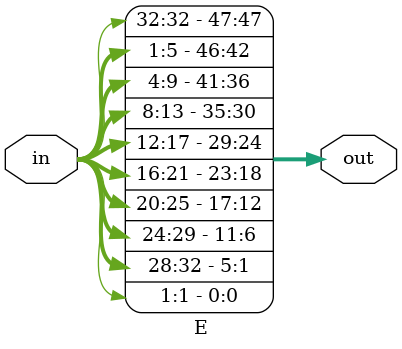
<source format=v>
module E(in, out);
  input [1:32] in;
  output [1:48] out;

  assign out[1] = in[32];
  assign out[2] = in[1];
  assign out[3] = in[2];
  assign out[4] = in[3];
  assign out[5] = in[4];
  assign out[6] = in[5];
  assign out[7] = in[4];
  assign out[8] = in[5];
  assign out[9] = in[6];
  assign out[10] = in[7];
  assign out[11] = in[8];
  assign out[12] = in[9];
  assign out[13] = in[8];
  assign out[14] = in[9];
  assign out[15] = in[10];
  assign out[16] = in[11];
  assign out[17] = in[12];
  assign out[18] = in[13];
  assign out[19] = in[12];
  assign out[20] = in[13];
  assign out[21] = in[14];
  assign out[22] = in[15];
  assign out[23] = in[16];
  assign out[24] = in[17];
  assign out[25] = in[16];
  assign out[26] = in[17];
  assign out[27] = in[18];
  assign out[28] = in[19];
  assign out[29] = in[20];
  assign out[30] = in[21];
  assign out[31] = in[20];
  assign out[32] = in[21];
  assign out[33] = in[22];
  assign out[34] = in[23];
  assign out[35] = in[24];
  assign out[36] = in[25];
  assign out[37] = in[24];
  assign out[38] = in[25];
  assign out[39] = in[26];
  assign out[40] = in[27];
  assign out[41] = in[28];
  assign out[42] = in[29];
  assign out[43] = in[28];
  assign out[44] = in[29];
  assign out[45] = in[30];
  assign out[46] = in[31];
  assign out[47] = in[32];
  assign out[48] = in[1];
endmodule

</source>
